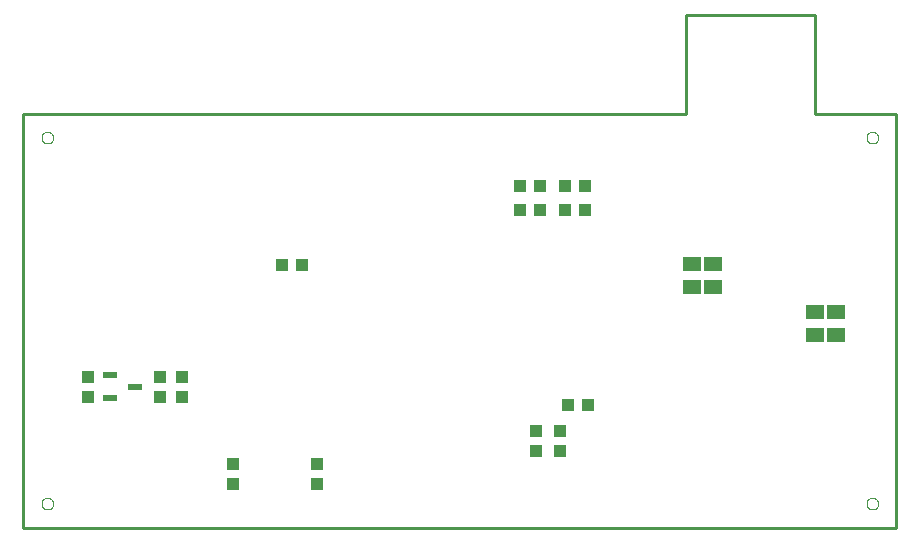
<source format=gbp>
G75*
%MOIN*%
%OFA0B0*%
%FSLAX25Y25*%
%IPPOS*%
%LPD*%
%AMOC8*
5,1,8,0,0,1.08239X$1,22.5*
%
%ADD10C,0.01000*%
%ADD11C,0.00000*%
%ADD12R,0.04921X0.02362*%
%ADD13R,0.03937X0.04331*%
%ADD14R,0.04331X0.03937*%
%ADD15R,0.06299X0.05118*%
D10*
X0011500Y0010780D02*
X0011500Y0148780D01*
X0232500Y0148780D01*
X0232500Y0181780D01*
X0275500Y0181780D01*
X0275500Y0148780D01*
X0302500Y0148780D01*
X0302500Y0010780D01*
X0011500Y0010780D01*
D11*
X0017531Y0018780D02*
X0017533Y0018868D01*
X0017539Y0018956D01*
X0017549Y0019044D01*
X0017563Y0019132D01*
X0017580Y0019218D01*
X0017602Y0019304D01*
X0017627Y0019388D01*
X0017657Y0019472D01*
X0017689Y0019554D01*
X0017726Y0019634D01*
X0017766Y0019713D01*
X0017810Y0019790D01*
X0017857Y0019865D01*
X0017907Y0019937D01*
X0017961Y0020008D01*
X0018017Y0020075D01*
X0018077Y0020141D01*
X0018139Y0020203D01*
X0018205Y0020263D01*
X0018272Y0020319D01*
X0018343Y0020373D01*
X0018415Y0020423D01*
X0018490Y0020470D01*
X0018567Y0020514D01*
X0018646Y0020554D01*
X0018726Y0020591D01*
X0018808Y0020623D01*
X0018892Y0020653D01*
X0018976Y0020678D01*
X0019062Y0020700D01*
X0019148Y0020717D01*
X0019236Y0020731D01*
X0019324Y0020741D01*
X0019412Y0020747D01*
X0019500Y0020749D01*
X0019588Y0020747D01*
X0019676Y0020741D01*
X0019764Y0020731D01*
X0019852Y0020717D01*
X0019938Y0020700D01*
X0020024Y0020678D01*
X0020108Y0020653D01*
X0020192Y0020623D01*
X0020274Y0020591D01*
X0020354Y0020554D01*
X0020433Y0020514D01*
X0020510Y0020470D01*
X0020585Y0020423D01*
X0020657Y0020373D01*
X0020728Y0020319D01*
X0020795Y0020263D01*
X0020861Y0020203D01*
X0020923Y0020141D01*
X0020983Y0020075D01*
X0021039Y0020008D01*
X0021093Y0019937D01*
X0021143Y0019865D01*
X0021190Y0019790D01*
X0021234Y0019713D01*
X0021274Y0019634D01*
X0021311Y0019554D01*
X0021343Y0019472D01*
X0021373Y0019388D01*
X0021398Y0019304D01*
X0021420Y0019218D01*
X0021437Y0019132D01*
X0021451Y0019044D01*
X0021461Y0018956D01*
X0021467Y0018868D01*
X0021469Y0018780D01*
X0021467Y0018692D01*
X0021461Y0018604D01*
X0021451Y0018516D01*
X0021437Y0018428D01*
X0021420Y0018342D01*
X0021398Y0018256D01*
X0021373Y0018172D01*
X0021343Y0018088D01*
X0021311Y0018006D01*
X0021274Y0017926D01*
X0021234Y0017847D01*
X0021190Y0017770D01*
X0021143Y0017695D01*
X0021093Y0017623D01*
X0021039Y0017552D01*
X0020983Y0017485D01*
X0020923Y0017419D01*
X0020861Y0017357D01*
X0020795Y0017297D01*
X0020728Y0017241D01*
X0020657Y0017187D01*
X0020585Y0017137D01*
X0020510Y0017090D01*
X0020433Y0017046D01*
X0020354Y0017006D01*
X0020274Y0016969D01*
X0020192Y0016937D01*
X0020108Y0016907D01*
X0020024Y0016882D01*
X0019938Y0016860D01*
X0019852Y0016843D01*
X0019764Y0016829D01*
X0019676Y0016819D01*
X0019588Y0016813D01*
X0019500Y0016811D01*
X0019412Y0016813D01*
X0019324Y0016819D01*
X0019236Y0016829D01*
X0019148Y0016843D01*
X0019062Y0016860D01*
X0018976Y0016882D01*
X0018892Y0016907D01*
X0018808Y0016937D01*
X0018726Y0016969D01*
X0018646Y0017006D01*
X0018567Y0017046D01*
X0018490Y0017090D01*
X0018415Y0017137D01*
X0018343Y0017187D01*
X0018272Y0017241D01*
X0018205Y0017297D01*
X0018139Y0017357D01*
X0018077Y0017419D01*
X0018017Y0017485D01*
X0017961Y0017552D01*
X0017907Y0017623D01*
X0017857Y0017695D01*
X0017810Y0017770D01*
X0017766Y0017847D01*
X0017726Y0017926D01*
X0017689Y0018006D01*
X0017657Y0018088D01*
X0017627Y0018172D01*
X0017602Y0018256D01*
X0017580Y0018342D01*
X0017563Y0018428D01*
X0017549Y0018516D01*
X0017539Y0018604D01*
X0017533Y0018692D01*
X0017531Y0018780D01*
X0017531Y0140780D02*
X0017533Y0140868D01*
X0017539Y0140956D01*
X0017549Y0141044D01*
X0017563Y0141132D01*
X0017580Y0141218D01*
X0017602Y0141304D01*
X0017627Y0141388D01*
X0017657Y0141472D01*
X0017689Y0141554D01*
X0017726Y0141634D01*
X0017766Y0141713D01*
X0017810Y0141790D01*
X0017857Y0141865D01*
X0017907Y0141937D01*
X0017961Y0142008D01*
X0018017Y0142075D01*
X0018077Y0142141D01*
X0018139Y0142203D01*
X0018205Y0142263D01*
X0018272Y0142319D01*
X0018343Y0142373D01*
X0018415Y0142423D01*
X0018490Y0142470D01*
X0018567Y0142514D01*
X0018646Y0142554D01*
X0018726Y0142591D01*
X0018808Y0142623D01*
X0018892Y0142653D01*
X0018976Y0142678D01*
X0019062Y0142700D01*
X0019148Y0142717D01*
X0019236Y0142731D01*
X0019324Y0142741D01*
X0019412Y0142747D01*
X0019500Y0142749D01*
X0019588Y0142747D01*
X0019676Y0142741D01*
X0019764Y0142731D01*
X0019852Y0142717D01*
X0019938Y0142700D01*
X0020024Y0142678D01*
X0020108Y0142653D01*
X0020192Y0142623D01*
X0020274Y0142591D01*
X0020354Y0142554D01*
X0020433Y0142514D01*
X0020510Y0142470D01*
X0020585Y0142423D01*
X0020657Y0142373D01*
X0020728Y0142319D01*
X0020795Y0142263D01*
X0020861Y0142203D01*
X0020923Y0142141D01*
X0020983Y0142075D01*
X0021039Y0142008D01*
X0021093Y0141937D01*
X0021143Y0141865D01*
X0021190Y0141790D01*
X0021234Y0141713D01*
X0021274Y0141634D01*
X0021311Y0141554D01*
X0021343Y0141472D01*
X0021373Y0141388D01*
X0021398Y0141304D01*
X0021420Y0141218D01*
X0021437Y0141132D01*
X0021451Y0141044D01*
X0021461Y0140956D01*
X0021467Y0140868D01*
X0021469Y0140780D01*
X0021467Y0140692D01*
X0021461Y0140604D01*
X0021451Y0140516D01*
X0021437Y0140428D01*
X0021420Y0140342D01*
X0021398Y0140256D01*
X0021373Y0140172D01*
X0021343Y0140088D01*
X0021311Y0140006D01*
X0021274Y0139926D01*
X0021234Y0139847D01*
X0021190Y0139770D01*
X0021143Y0139695D01*
X0021093Y0139623D01*
X0021039Y0139552D01*
X0020983Y0139485D01*
X0020923Y0139419D01*
X0020861Y0139357D01*
X0020795Y0139297D01*
X0020728Y0139241D01*
X0020657Y0139187D01*
X0020585Y0139137D01*
X0020510Y0139090D01*
X0020433Y0139046D01*
X0020354Y0139006D01*
X0020274Y0138969D01*
X0020192Y0138937D01*
X0020108Y0138907D01*
X0020024Y0138882D01*
X0019938Y0138860D01*
X0019852Y0138843D01*
X0019764Y0138829D01*
X0019676Y0138819D01*
X0019588Y0138813D01*
X0019500Y0138811D01*
X0019412Y0138813D01*
X0019324Y0138819D01*
X0019236Y0138829D01*
X0019148Y0138843D01*
X0019062Y0138860D01*
X0018976Y0138882D01*
X0018892Y0138907D01*
X0018808Y0138937D01*
X0018726Y0138969D01*
X0018646Y0139006D01*
X0018567Y0139046D01*
X0018490Y0139090D01*
X0018415Y0139137D01*
X0018343Y0139187D01*
X0018272Y0139241D01*
X0018205Y0139297D01*
X0018139Y0139357D01*
X0018077Y0139419D01*
X0018017Y0139485D01*
X0017961Y0139552D01*
X0017907Y0139623D01*
X0017857Y0139695D01*
X0017810Y0139770D01*
X0017766Y0139847D01*
X0017726Y0139926D01*
X0017689Y0140006D01*
X0017657Y0140088D01*
X0017627Y0140172D01*
X0017602Y0140256D01*
X0017580Y0140342D01*
X0017563Y0140428D01*
X0017549Y0140516D01*
X0017539Y0140604D01*
X0017533Y0140692D01*
X0017531Y0140780D01*
X0292531Y0140780D02*
X0292533Y0140868D01*
X0292539Y0140956D01*
X0292549Y0141044D01*
X0292563Y0141132D01*
X0292580Y0141218D01*
X0292602Y0141304D01*
X0292627Y0141388D01*
X0292657Y0141472D01*
X0292689Y0141554D01*
X0292726Y0141634D01*
X0292766Y0141713D01*
X0292810Y0141790D01*
X0292857Y0141865D01*
X0292907Y0141937D01*
X0292961Y0142008D01*
X0293017Y0142075D01*
X0293077Y0142141D01*
X0293139Y0142203D01*
X0293205Y0142263D01*
X0293272Y0142319D01*
X0293343Y0142373D01*
X0293415Y0142423D01*
X0293490Y0142470D01*
X0293567Y0142514D01*
X0293646Y0142554D01*
X0293726Y0142591D01*
X0293808Y0142623D01*
X0293892Y0142653D01*
X0293976Y0142678D01*
X0294062Y0142700D01*
X0294148Y0142717D01*
X0294236Y0142731D01*
X0294324Y0142741D01*
X0294412Y0142747D01*
X0294500Y0142749D01*
X0294588Y0142747D01*
X0294676Y0142741D01*
X0294764Y0142731D01*
X0294852Y0142717D01*
X0294938Y0142700D01*
X0295024Y0142678D01*
X0295108Y0142653D01*
X0295192Y0142623D01*
X0295274Y0142591D01*
X0295354Y0142554D01*
X0295433Y0142514D01*
X0295510Y0142470D01*
X0295585Y0142423D01*
X0295657Y0142373D01*
X0295728Y0142319D01*
X0295795Y0142263D01*
X0295861Y0142203D01*
X0295923Y0142141D01*
X0295983Y0142075D01*
X0296039Y0142008D01*
X0296093Y0141937D01*
X0296143Y0141865D01*
X0296190Y0141790D01*
X0296234Y0141713D01*
X0296274Y0141634D01*
X0296311Y0141554D01*
X0296343Y0141472D01*
X0296373Y0141388D01*
X0296398Y0141304D01*
X0296420Y0141218D01*
X0296437Y0141132D01*
X0296451Y0141044D01*
X0296461Y0140956D01*
X0296467Y0140868D01*
X0296469Y0140780D01*
X0296467Y0140692D01*
X0296461Y0140604D01*
X0296451Y0140516D01*
X0296437Y0140428D01*
X0296420Y0140342D01*
X0296398Y0140256D01*
X0296373Y0140172D01*
X0296343Y0140088D01*
X0296311Y0140006D01*
X0296274Y0139926D01*
X0296234Y0139847D01*
X0296190Y0139770D01*
X0296143Y0139695D01*
X0296093Y0139623D01*
X0296039Y0139552D01*
X0295983Y0139485D01*
X0295923Y0139419D01*
X0295861Y0139357D01*
X0295795Y0139297D01*
X0295728Y0139241D01*
X0295657Y0139187D01*
X0295585Y0139137D01*
X0295510Y0139090D01*
X0295433Y0139046D01*
X0295354Y0139006D01*
X0295274Y0138969D01*
X0295192Y0138937D01*
X0295108Y0138907D01*
X0295024Y0138882D01*
X0294938Y0138860D01*
X0294852Y0138843D01*
X0294764Y0138829D01*
X0294676Y0138819D01*
X0294588Y0138813D01*
X0294500Y0138811D01*
X0294412Y0138813D01*
X0294324Y0138819D01*
X0294236Y0138829D01*
X0294148Y0138843D01*
X0294062Y0138860D01*
X0293976Y0138882D01*
X0293892Y0138907D01*
X0293808Y0138937D01*
X0293726Y0138969D01*
X0293646Y0139006D01*
X0293567Y0139046D01*
X0293490Y0139090D01*
X0293415Y0139137D01*
X0293343Y0139187D01*
X0293272Y0139241D01*
X0293205Y0139297D01*
X0293139Y0139357D01*
X0293077Y0139419D01*
X0293017Y0139485D01*
X0292961Y0139552D01*
X0292907Y0139623D01*
X0292857Y0139695D01*
X0292810Y0139770D01*
X0292766Y0139847D01*
X0292726Y0139926D01*
X0292689Y0140006D01*
X0292657Y0140088D01*
X0292627Y0140172D01*
X0292602Y0140256D01*
X0292580Y0140342D01*
X0292563Y0140428D01*
X0292549Y0140516D01*
X0292539Y0140604D01*
X0292533Y0140692D01*
X0292531Y0140780D01*
X0292531Y0018780D02*
X0292533Y0018868D01*
X0292539Y0018956D01*
X0292549Y0019044D01*
X0292563Y0019132D01*
X0292580Y0019218D01*
X0292602Y0019304D01*
X0292627Y0019388D01*
X0292657Y0019472D01*
X0292689Y0019554D01*
X0292726Y0019634D01*
X0292766Y0019713D01*
X0292810Y0019790D01*
X0292857Y0019865D01*
X0292907Y0019937D01*
X0292961Y0020008D01*
X0293017Y0020075D01*
X0293077Y0020141D01*
X0293139Y0020203D01*
X0293205Y0020263D01*
X0293272Y0020319D01*
X0293343Y0020373D01*
X0293415Y0020423D01*
X0293490Y0020470D01*
X0293567Y0020514D01*
X0293646Y0020554D01*
X0293726Y0020591D01*
X0293808Y0020623D01*
X0293892Y0020653D01*
X0293976Y0020678D01*
X0294062Y0020700D01*
X0294148Y0020717D01*
X0294236Y0020731D01*
X0294324Y0020741D01*
X0294412Y0020747D01*
X0294500Y0020749D01*
X0294588Y0020747D01*
X0294676Y0020741D01*
X0294764Y0020731D01*
X0294852Y0020717D01*
X0294938Y0020700D01*
X0295024Y0020678D01*
X0295108Y0020653D01*
X0295192Y0020623D01*
X0295274Y0020591D01*
X0295354Y0020554D01*
X0295433Y0020514D01*
X0295510Y0020470D01*
X0295585Y0020423D01*
X0295657Y0020373D01*
X0295728Y0020319D01*
X0295795Y0020263D01*
X0295861Y0020203D01*
X0295923Y0020141D01*
X0295983Y0020075D01*
X0296039Y0020008D01*
X0296093Y0019937D01*
X0296143Y0019865D01*
X0296190Y0019790D01*
X0296234Y0019713D01*
X0296274Y0019634D01*
X0296311Y0019554D01*
X0296343Y0019472D01*
X0296373Y0019388D01*
X0296398Y0019304D01*
X0296420Y0019218D01*
X0296437Y0019132D01*
X0296451Y0019044D01*
X0296461Y0018956D01*
X0296467Y0018868D01*
X0296469Y0018780D01*
X0296467Y0018692D01*
X0296461Y0018604D01*
X0296451Y0018516D01*
X0296437Y0018428D01*
X0296420Y0018342D01*
X0296398Y0018256D01*
X0296373Y0018172D01*
X0296343Y0018088D01*
X0296311Y0018006D01*
X0296274Y0017926D01*
X0296234Y0017847D01*
X0296190Y0017770D01*
X0296143Y0017695D01*
X0296093Y0017623D01*
X0296039Y0017552D01*
X0295983Y0017485D01*
X0295923Y0017419D01*
X0295861Y0017357D01*
X0295795Y0017297D01*
X0295728Y0017241D01*
X0295657Y0017187D01*
X0295585Y0017137D01*
X0295510Y0017090D01*
X0295433Y0017046D01*
X0295354Y0017006D01*
X0295274Y0016969D01*
X0295192Y0016937D01*
X0295108Y0016907D01*
X0295024Y0016882D01*
X0294938Y0016860D01*
X0294852Y0016843D01*
X0294764Y0016829D01*
X0294676Y0016819D01*
X0294588Y0016813D01*
X0294500Y0016811D01*
X0294412Y0016813D01*
X0294324Y0016819D01*
X0294236Y0016829D01*
X0294148Y0016843D01*
X0294062Y0016860D01*
X0293976Y0016882D01*
X0293892Y0016907D01*
X0293808Y0016937D01*
X0293726Y0016969D01*
X0293646Y0017006D01*
X0293567Y0017046D01*
X0293490Y0017090D01*
X0293415Y0017137D01*
X0293343Y0017187D01*
X0293272Y0017241D01*
X0293205Y0017297D01*
X0293139Y0017357D01*
X0293077Y0017419D01*
X0293017Y0017485D01*
X0292961Y0017552D01*
X0292907Y0017623D01*
X0292857Y0017695D01*
X0292810Y0017770D01*
X0292766Y0017847D01*
X0292726Y0017926D01*
X0292689Y0018006D01*
X0292657Y0018088D01*
X0292627Y0018172D01*
X0292602Y0018256D01*
X0292580Y0018342D01*
X0292563Y0018428D01*
X0292549Y0018516D01*
X0292539Y0018604D01*
X0292533Y0018692D01*
X0292531Y0018780D01*
D12*
X0048634Y0057780D03*
X0040366Y0061520D03*
X0040366Y0054040D03*
D13*
X0033000Y0054433D03*
X0033000Y0061126D03*
X0057000Y0061126D03*
X0064500Y0061126D03*
X0064500Y0054433D03*
X0057000Y0054433D03*
X0081500Y0032126D03*
X0081500Y0025433D03*
X0109500Y0025433D03*
X0109500Y0032126D03*
X0182500Y0036433D03*
X0190500Y0036433D03*
X0190500Y0043126D03*
X0182500Y0043126D03*
D14*
X0193154Y0051780D03*
X0199846Y0051780D03*
X0104346Y0098280D03*
X0097654Y0098280D03*
X0177154Y0116780D03*
X0183846Y0116780D03*
X0192154Y0116780D03*
X0198846Y0116780D03*
X0198846Y0124780D03*
X0192154Y0124780D03*
X0183846Y0124780D03*
X0177154Y0124780D03*
D15*
X0234500Y0098717D03*
X0241500Y0098717D03*
X0241500Y0090843D03*
X0234500Y0090843D03*
X0275500Y0082717D03*
X0282500Y0082717D03*
X0282500Y0074843D03*
X0275500Y0074843D03*
M02*

</source>
